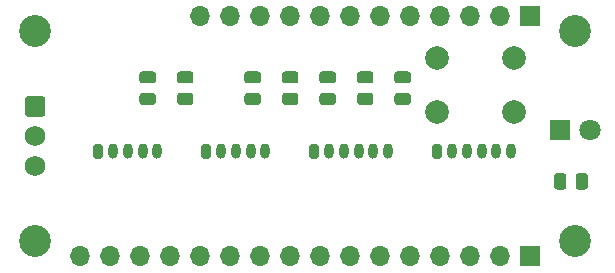
<source format=gts>
G04 #@! TF.GenerationSoftware,KiCad,Pcbnew,(5.1.10)-1*
G04 #@! TF.CreationDate,2021-09-22T19:22:54-07:00*
G04 #@! TF.ProjectId,HW_IR Featherwing,48575f49-5220-4466-9561-746865727769,rev?*
G04 #@! TF.SameCoordinates,Original*
G04 #@! TF.FileFunction,Soldermask,Top*
G04 #@! TF.FilePolarity,Negative*
%FSLAX46Y46*%
G04 Gerber Fmt 4.6, Leading zero omitted, Abs format (unit mm)*
G04 Created by KiCad (PCBNEW (5.1.10)-1) date 2021-09-22 19:22:54*
%MOMM*%
%LPD*%
G01*
G04 APERTURE LIST*
%ADD10C,1.740000*%
%ADD11R,1.700000X1.700000*%
%ADD12O,1.700000X1.700000*%
%ADD13O,0.800000X1.300000*%
%ADD14C,2.700000*%
%ADD15R,1.800000X1.800000*%
%ADD16C,1.800000*%
%ADD17C,2.000000*%
G04 APERTURE END LIST*
D10*
X27940000Y-39370000D03*
X27940000Y-36830000D03*
G36*
G01*
X27319999Y-33420000D02*
X28560001Y-33420000D01*
G75*
G02*
X28810000Y-33669999I0J-249999D01*
G01*
X28810000Y-34910001D01*
G75*
G02*
X28560001Y-35160000I-249999J0D01*
G01*
X27319999Y-35160000D01*
G75*
G02*
X27070000Y-34910001I0J249999D01*
G01*
X27070000Y-33669999D01*
G75*
G02*
X27319999Y-33420000I249999J0D01*
G01*
G37*
D11*
X69850000Y-26670000D03*
D12*
X67310000Y-26670000D03*
X64770000Y-26670000D03*
X62230000Y-26670000D03*
X59690000Y-26670000D03*
X57150000Y-26670000D03*
X54610000Y-26670000D03*
X52070000Y-26670000D03*
X49530000Y-26670000D03*
X46990000Y-26670000D03*
X44450000Y-26670000D03*
X41910000Y-26670000D03*
G36*
G01*
X41090002Y-34167500D02*
X40189998Y-34167500D01*
G75*
G02*
X39940000Y-33917502I0J249998D01*
G01*
X39940000Y-33392498D01*
G75*
G02*
X40189998Y-33142500I249998J0D01*
G01*
X41090002Y-33142500D01*
G75*
G02*
X41340000Y-33392498I0J-249998D01*
G01*
X41340000Y-33917502D01*
G75*
G02*
X41090002Y-34167500I-249998J0D01*
G01*
G37*
G36*
G01*
X41090002Y-32342500D02*
X40189998Y-32342500D01*
G75*
G02*
X39940000Y-32092502I0J249998D01*
G01*
X39940000Y-31567498D01*
G75*
G02*
X40189998Y-31317500I249998J0D01*
G01*
X41090002Y-31317500D01*
G75*
G02*
X41340000Y-31567498I0J-249998D01*
G01*
X41340000Y-32092502D01*
G75*
G02*
X41090002Y-32342500I-249998J0D01*
G01*
G37*
D13*
X47418000Y-38100000D03*
X46168000Y-38100000D03*
X44918000Y-38100000D03*
X43668000Y-38100000D03*
G36*
G01*
X42018000Y-38550000D02*
X42018000Y-37650000D01*
G75*
G02*
X42218000Y-37450000I200000J0D01*
G01*
X42618000Y-37450000D01*
G75*
G02*
X42818000Y-37650000I0J-200000D01*
G01*
X42818000Y-38550000D01*
G75*
G02*
X42618000Y-38750000I-200000J0D01*
G01*
X42218000Y-38750000D01*
G75*
G02*
X42018000Y-38550000I0J200000D01*
G01*
G37*
D14*
X73660000Y-27940000D03*
X73660000Y-45720000D03*
X27940000Y-45720000D03*
X27940000Y-27940000D03*
D11*
X69850000Y-46990000D03*
D12*
X67310000Y-46990000D03*
X64770000Y-46990000D03*
X62230000Y-46990000D03*
X59690000Y-46990000D03*
X57150000Y-46990000D03*
X54610000Y-46990000D03*
X52070000Y-46990000D03*
X49530000Y-46990000D03*
X46990000Y-46990000D03*
X44450000Y-46990000D03*
X41910000Y-46990000D03*
X39370000Y-46990000D03*
X36830000Y-46990000D03*
X34290000Y-46990000D03*
X31750000Y-46990000D03*
D15*
X72390000Y-36322000D03*
D16*
X74930000Y-36322000D03*
G36*
G01*
X37915002Y-32342500D02*
X37014998Y-32342500D01*
G75*
G02*
X36765000Y-32092502I0J249998D01*
G01*
X36765000Y-31567498D01*
G75*
G02*
X37014998Y-31317500I249998J0D01*
G01*
X37915002Y-31317500D01*
G75*
G02*
X38165000Y-31567498I0J-249998D01*
G01*
X38165000Y-32092502D01*
G75*
G02*
X37915002Y-32342500I-249998J0D01*
G01*
G37*
G36*
G01*
X37915002Y-34167500D02*
X37014998Y-34167500D01*
G75*
G02*
X36765000Y-33917502I0J249998D01*
G01*
X36765000Y-33392498D01*
G75*
G02*
X37014998Y-33142500I249998J0D01*
G01*
X37915002Y-33142500D01*
G75*
G02*
X38165000Y-33392498I0J-249998D01*
G01*
X38165000Y-33917502D01*
G75*
G02*
X37915002Y-34167500I-249998J0D01*
G01*
G37*
G36*
G01*
X74727500Y-40189998D02*
X74727500Y-41090002D01*
G75*
G02*
X74477502Y-41340000I-249998J0D01*
G01*
X73952498Y-41340000D01*
G75*
G02*
X73702500Y-41090002I0J249998D01*
G01*
X73702500Y-40189998D01*
G75*
G02*
X73952498Y-39940000I249998J0D01*
G01*
X74477502Y-39940000D01*
G75*
G02*
X74727500Y-40189998I0J-249998D01*
G01*
G37*
G36*
G01*
X72902500Y-40189998D02*
X72902500Y-41090002D01*
G75*
G02*
X72652502Y-41340000I-249998J0D01*
G01*
X72127498Y-41340000D01*
G75*
G02*
X71877500Y-41090002I0J249998D01*
G01*
X71877500Y-40189998D01*
G75*
G02*
X72127498Y-39940000I249998J0D01*
G01*
X72652502Y-39940000D01*
G75*
G02*
X72902500Y-40189998I0J-249998D01*
G01*
G37*
G36*
G01*
X53155002Y-34167500D02*
X52254998Y-34167500D01*
G75*
G02*
X52005000Y-33917502I0J249998D01*
G01*
X52005000Y-33392498D01*
G75*
G02*
X52254998Y-33142500I249998J0D01*
G01*
X53155002Y-33142500D01*
G75*
G02*
X53405000Y-33392498I0J-249998D01*
G01*
X53405000Y-33917502D01*
G75*
G02*
X53155002Y-34167500I-249998J0D01*
G01*
G37*
G36*
G01*
X53155002Y-32342500D02*
X52254998Y-32342500D01*
G75*
G02*
X52005000Y-32092502I0J249998D01*
G01*
X52005000Y-31567498D01*
G75*
G02*
X52254998Y-31317500I249998J0D01*
G01*
X53155002Y-31317500D01*
G75*
G02*
X53405000Y-31567498I0J-249998D01*
G01*
X53405000Y-32092502D01*
G75*
G02*
X53155002Y-32342500I-249998J0D01*
G01*
G37*
D17*
X61976000Y-34726000D03*
X61976000Y-30226000D03*
X68476000Y-34726000D03*
X68476000Y-30226000D03*
G36*
G01*
X51162000Y-38550000D02*
X51162000Y-37650000D01*
G75*
G02*
X51362000Y-37450000I200000J0D01*
G01*
X51762000Y-37450000D01*
G75*
G02*
X51962000Y-37650000I0J-200000D01*
G01*
X51962000Y-38550000D01*
G75*
G02*
X51762000Y-38750000I-200000J0D01*
G01*
X51362000Y-38750000D01*
G75*
G02*
X51162000Y-38550000I0J200000D01*
G01*
G37*
D13*
X52812000Y-38100000D03*
X54062000Y-38100000D03*
X55312000Y-38100000D03*
X56562000Y-38100000D03*
X57812000Y-38100000D03*
X68226000Y-38100000D03*
X66976000Y-38100000D03*
X65726000Y-38100000D03*
X64476000Y-38100000D03*
X63226000Y-38100000D03*
G36*
G01*
X61576000Y-38550000D02*
X61576000Y-37650000D01*
G75*
G02*
X61776000Y-37450000I200000J0D01*
G01*
X62176000Y-37450000D01*
G75*
G02*
X62376000Y-37650000I0J-200000D01*
G01*
X62376000Y-38550000D01*
G75*
G02*
X62176000Y-38750000I-200000J0D01*
G01*
X61776000Y-38750000D01*
G75*
G02*
X61576000Y-38550000I0J200000D01*
G01*
G37*
G36*
G01*
X32874000Y-38550000D02*
X32874000Y-37650000D01*
G75*
G02*
X33074000Y-37450000I200000J0D01*
G01*
X33474000Y-37450000D01*
G75*
G02*
X33674000Y-37650000I0J-200000D01*
G01*
X33674000Y-38550000D01*
G75*
G02*
X33474000Y-38750000I-200000J0D01*
G01*
X33074000Y-38750000D01*
G75*
G02*
X32874000Y-38550000I0J200000D01*
G01*
G37*
X34524000Y-38100000D03*
X35774000Y-38100000D03*
X37024000Y-38100000D03*
X38274000Y-38100000D03*
G36*
G01*
X49980002Y-34167500D02*
X49079998Y-34167500D01*
G75*
G02*
X48830000Y-33917502I0J249998D01*
G01*
X48830000Y-33392498D01*
G75*
G02*
X49079998Y-33142500I249998J0D01*
G01*
X49980002Y-33142500D01*
G75*
G02*
X50230000Y-33392498I0J-249998D01*
G01*
X50230000Y-33917502D01*
G75*
G02*
X49980002Y-34167500I-249998J0D01*
G01*
G37*
G36*
G01*
X49980002Y-32342500D02*
X49079998Y-32342500D01*
G75*
G02*
X48830000Y-32092502I0J249998D01*
G01*
X48830000Y-31567498D01*
G75*
G02*
X49079998Y-31317500I249998J0D01*
G01*
X49980002Y-31317500D01*
G75*
G02*
X50230000Y-31567498I0J-249998D01*
G01*
X50230000Y-32092502D01*
G75*
G02*
X49980002Y-32342500I-249998J0D01*
G01*
G37*
G36*
G01*
X46805002Y-32342500D02*
X45904998Y-32342500D01*
G75*
G02*
X45655000Y-32092502I0J249998D01*
G01*
X45655000Y-31567498D01*
G75*
G02*
X45904998Y-31317500I249998J0D01*
G01*
X46805002Y-31317500D01*
G75*
G02*
X47055000Y-31567498I0J-249998D01*
G01*
X47055000Y-32092502D01*
G75*
G02*
X46805002Y-32342500I-249998J0D01*
G01*
G37*
G36*
G01*
X46805002Y-34167500D02*
X45904998Y-34167500D01*
G75*
G02*
X45655000Y-33917502I0J249998D01*
G01*
X45655000Y-33392498D01*
G75*
G02*
X45904998Y-33142500I249998J0D01*
G01*
X46805002Y-33142500D01*
G75*
G02*
X47055000Y-33392498I0J-249998D01*
G01*
X47055000Y-33917502D01*
G75*
G02*
X46805002Y-34167500I-249998J0D01*
G01*
G37*
G36*
G01*
X59505002Y-34167500D02*
X58604998Y-34167500D01*
G75*
G02*
X58355000Y-33917502I0J249998D01*
G01*
X58355000Y-33392498D01*
G75*
G02*
X58604998Y-33142500I249998J0D01*
G01*
X59505002Y-33142500D01*
G75*
G02*
X59755000Y-33392498I0J-249998D01*
G01*
X59755000Y-33917502D01*
G75*
G02*
X59505002Y-34167500I-249998J0D01*
G01*
G37*
G36*
G01*
X59505002Y-32342500D02*
X58604998Y-32342500D01*
G75*
G02*
X58355000Y-32092502I0J249998D01*
G01*
X58355000Y-31567498D01*
G75*
G02*
X58604998Y-31317500I249998J0D01*
G01*
X59505002Y-31317500D01*
G75*
G02*
X59755000Y-31567498I0J-249998D01*
G01*
X59755000Y-32092502D01*
G75*
G02*
X59505002Y-32342500I-249998J0D01*
G01*
G37*
G36*
G01*
X56330002Y-32342500D02*
X55429998Y-32342500D01*
G75*
G02*
X55180000Y-32092502I0J249998D01*
G01*
X55180000Y-31567498D01*
G75*
G02*
X55429998Y-31317500I249998J0D01*
G01*
X56330002Y-31317500D01*
G75*
G02*
X56580000Y-31567498I0J-249998D01*
G01*
X56580000Y-32092502D01*
G75*
G02*
X56330002Y-32342500I-249998J0D01*
G01*
G37*
G36*
G01*
X56330002Y-34167500D02*
X55429998Y-34167500D01*
G75*
G02*
X55180000Y-33917502I0J249998D01*
G01*
X55180000Y-33392498D01*
G75*
G02*
X55429998Y-33142500I249998J0D01*
G01*
X56330002Y-33142500D01*
G75*
G02*
X56580000Y-33392498I0J-249998D01*
G01*
X56580000Y-33917502D01*
G75*
G02*
X56330002Y-34167500I-249998J0D01*
G01*
G37*
M02*

</source>
